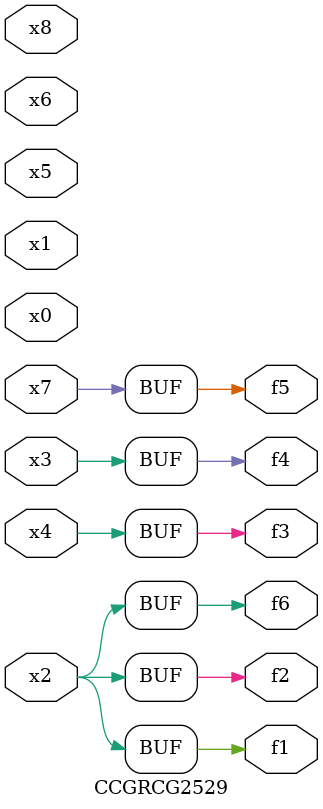
<source format=v>
module CCGRCG2529(
	input x0, x1, x2, x3, x4, x5, x6, x7, x8,
	output f1, f2, f3, f4, f5, f6
);
	assign f1 = x2;
	assign f2 = x2;
	assign f3 = x4;
	assign f4 = x3;
	assign f5 = x7;
	assign f6 = x2;
endmodule

</source>
